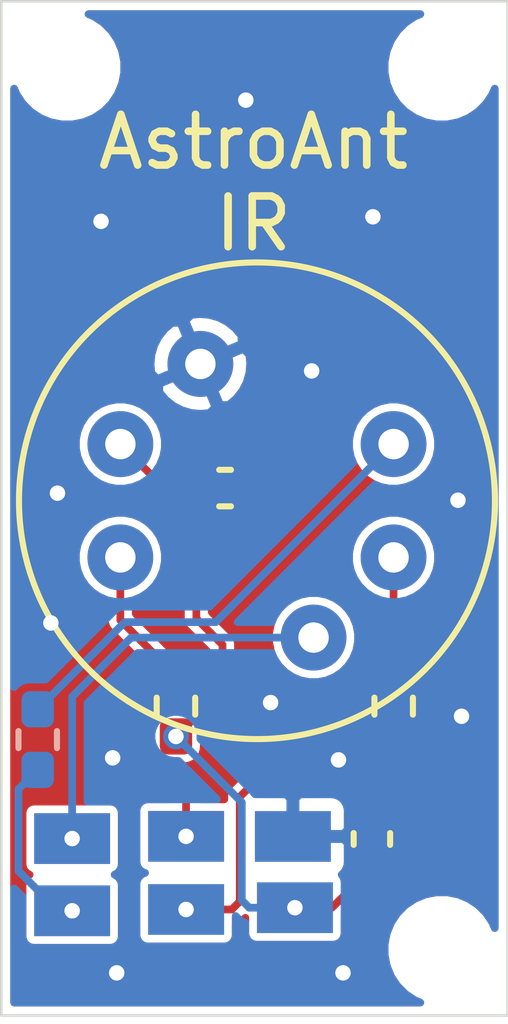
<source format=kicad_pcb>
(kicad_pcb (version 20171130) (host pcbnew "(5.1.8)-1")

  (general
    (thickness 1)
    (drawings 17)
    (tracks 64)
    (zones 0)
    (modules 21)
    (nets 8)
  )

  (page A4)
  (layers
    (0 F.Cu signal)
    (31 B.Cu signal)
    (32 B.Adhes user)
    (33 F.Adhes user)
    (34 B.Paste user)
    (35 F.Paste user)
    (36 B.SilkS user)
    (37 F.SilkS user)
    (38 B.Mask user)
    (39 F.Mask user)
    (40 Dwgs.User user)
    (41 Cmts.User user)
    (42 Eco1.User user)
    (43 Eco2.User user)
    (44 Edge.Cuts user)
    (45 Margin user)
    (46 B.CrtYd user)
    (47 F.CrtYd user)
    (48 B.Fab user hide)
    (49 F.Fab user hide)
  )

  (setup
    (last_trace_width 0.1524)
    (trace_clearance 0.1524)
    (zone_clearance 0.1524)
    (zone_45_only no)
    (trace_min 0.1524)
    (via_size 0.508)
    (via_drill 0.3048)
    (via_min_size 0.4572)
    (via_min_drill 0.3048)
    (uvia_size 0.3)
    (uvia_drill 0.1)
    (uvias_allowed no)
    (uvia_min_size 0.2)
    (uvia_min_drill 0.1)
    (edge_width 0.05)
    (segment_width 0.2)
    (pcb_text_width 0.3)
    (pcb_text_size 1.5 1.5)
    (mod_edge_width 0.12)
    (mod_text_size 1 1)
    (mod_text_width 0.15)
    (pad_size 1.524 1.524)
    (pad_drill 0.762)
    (pad_to_mask_clearance 0)
    (aux_axis_origin 0 0)
    (grid_origin 109 74)
    (visible_elements 7FFFFF7F)
    (pcbplotparams
      (layerselection 0x010fc_ffffffff)
      (usegerberextensions false)
      (usegerberattributes true)
      (usegerberadvancedattributes true)
      (creategerberjobfile true)
      (excludeedgelayer true)
      (linewidth 0.100000)
      (plotframeref false)
      (viasonmask false)
      (mode 1)
      (useauxorigin false)
      (hpglpennumber 1)
      (hpglpenspeed 20)
      (hpglpendiameter 15.000000)
      (psnegative false)
      (psa4output false)
      (plotreference true)
      (plotvalue true)
      (plotinvisibletext false)
      (padsonsilk false)
      (subtractmaskfromsilk false)
      (outputformat 1)
      (mirror false)
      (drillshape 0)
      (scaleselection 1)
      (outputdirectory "Gerber/"))
  )

  (net 0 "")
  (net 1 +3V3)
  (net 2 GND)
  (net 3 /A1)
  (net 4 /SDA)
  (net 5 /SCL)
  (net 6 /INT)
  (net 7 /INT_TPIS)

  (net_class Default "This is the default net class."
    (clearance 0.1524)
    (trace_width 0.1524)
    (via_dia 0.508)
    (via_drill 0.3048)
    (uvia_dia 0.3)
    (uvia_drill 0.1)
    (add_net +3V3)
    (add_net /A1)
    (add_net /INT)
    (add_net /INT_TPIS)
    (add_net /SCL)
    (add_net /SDA)
    (add_net GND)
  )

  (module Resistor_SMD:R_0402_1005Metric_Pad0.72x0.64mm_HandSolder (layer B.Cu) (tedit 5F6BB9E0) (tstamp 615A8F8C)
    (at 109.72 68.56 270)
    (descr "Resistor SMD 0402 (1005 Metric), square (rectangular) end terminal, IPC_7351 nominal with elongated pad for handsoldering. (Body size source: IPC-SM-782 page 72, https://www.pcb-3d.com/wordpress/wp-content/uploads/ipc-sm-782a_amendment_1_and_2.pdf), generated with kicad-footprint-generator")
    (tags "resistor handsolder")
    (path /61619CEE)
    (attr smd)
    (fp_text reference R3 (at 0 1.17 90) (layer B.SilkS) hide
      (effects (font (size 1 1) (thickness 0.15)) (justify mirror))
    )
    (fp_text value 100k (at 0 -1.17 90) (layer B.Fab)
      (effects (font (size 1 1) (thickness 0.15)) (justify mirror))
    )
    (fp_text user %R (at 0 0 90) (layer B.Fab)
      (effects (font (size 0.26 0.26) (thickness 0.04)) (justify mirror))
    )
    (fp_line (start -0.525 -0.27) (end -0.525 0.27) (layer B.Fab) (width 0.1))
    (fp_line (start -0.525 0.27) (end 0.525 0.27) (layer B.Fab) (width 0.1))
    (fp_line (start 0.525 0.27) (end 0.525 -0.27) (layer B.Fab) (width 0.1))
    (fp_line (start 0.525 -0.27) (end -0.525 -0.27) (layer B.Fab) (width 0.1))
    (fp_line (start -0.167621 0.38) (end 0.167621 0.38) (layer B.SilkS) (width 0.12))
    (fp_line (start -0.167621 -0.38) (end 0.167621 -0.38) (layer B.SilkS) (width 0.12))
    (fp_line (start -1.1 -0.47) (end -1.1 0.47) (layer B.CrtYd) (width 0.05))
    (fp_line (start -1.1 0.47) (end 1.1 0.47) (layer B.CrtYd) (width 0.05))
    (fp_line (start 1.1 0.47) (end 1.1 -0.47) (layer B.CrtYd) (width 0.05))
    (fp_line (start 1.1 -0.47) (end -1.1 -0.47) (layer B.CrtYd) (width 0.05))
    (pad 2 smd roundrect (at 0.5975 0 270) (size 0.715 0.64) (layers B.Cu B.Paste B.Mask) (roundrect_rratio 0.25)
      (net 6 /INT))
    (pad 1 smd roundrect (at -0.5975 0 270) (size 0.715 0.64) (layers B.Cu B.Paste B.Mask) (roundrect_rratio 0.25)
      (net 7 /INT_TPIS))
    (model ${KISYS3DMOD}/Resistor_SMD.3dshapes/R_0402_1005Metric.wrl
      (at (xyz 0 0 0))
      (scale (xyz 1 1 1))
      (rotate (xyz 0 0 0))
    )
  )

  (module Mylib:TPIS_1T_1084 (layer F.Cu) (tedit 615A1231) (tstamp 615A854B)
    (at 114.05 63.85 337.5)
    (path /615C1D98)
    (fp_text reference U1 (at 0 -7.6 157.5) (layer F.SilkS) hide
      (effects (font (size 1 1) (thickness 0.15)))
    )
    (fp_text value TPIS_1T_1084 (at -0.1 -5.9 157.5) (layer F.Fab)
      (effects (font (size 1 1) (thickness 0.15)))
    )
    (fp_circle (center 0 0) (end 4.7 0) (layer F.SilkS) (width 0.12))
    (pad 6 thru_hole circle (at 2.065 2.065 337.5) (size 1.3 1.3) (drill 0.6) (layers *.Cu *.Mask)
      (net 3 /A1))
    (pad 5 thru_hole circle (at 2.92 0 337.5) (size 1.3 1.3) (drill 0.6) (layers *.Cu *.Mask)
      (net 5 /SCL))
    (pad 4 thru_hole circle (at 2.065 -2.065 337.5) (size 1.3 1.3) (drill 0.6) (layers *.Cu *.Mask)
      (net 7 /INT_TPIS))
    (pad 3 thru_hole circle (at -2.065 2.065 337.5) (size 1.3 1.3) (drill 0.6) (layers *.Cu *.Mask)
      (net 4 /SDA))
    (pad 2 thru_hole circle (at -2.92 0 337.5) (size 1.3 1.3) (drill 0.6) (layers *.Cu *.Mask)
      (net 1 +3V3))
    (pad 1 thru_hole circle (at -2.065 -2.065 337.5) (size 1.3 1.3) (drill 0.6) (layers *.Cu *.Mask)
      (net 2 GND))
  )

  (module Resistor_SMD:R_0402_1005Metric_Pad0.72x0.64mm_HandSolder (layer F.Cu) (tedit 5F6BB9E0) (tstamp 615A8386)
    (at 116.75 67.9 270)
    (descr "Resistor SMD 0402 (1005 Metric), square (rectangular) end terminal, IPC_7351 nominal with elongated pad for handsoldering. (Body size source: IPC-SM-782 page 72, https://www.pcb-3d.com/wordpress/wp-content/uploads/ipc-sm-782a_amendment_1_and_2.pdf), generated with kicad-footprint-generator")
    (tags "resistor handsolder")
    (path /615DF0AD)
    (attr smd)
    (fp_text reference R2 (at 0 -1.17 90) (layer F.SilkS) hide
      (effects (font (size 1 1) (thickness 0.15)))
    )
    (fp_text value 100k (at 0 1.17 90) (layer F.Fab)
      (effects (font (size 1 1) (thickness 0.15)))
    )
    (fp_text user %R (at 0 0 90) (layer F.Fab)
      (effects (font (size 0.26 0.26) (thickness 0.04)))
    )
    (fp_line (start -0.525 0.27) (end -0.525 -0.27) (layer F.Fab) (width 0.1))
    (fp_line (start -0.525 -0.27) (end 0.525 -0.27) (layer F.Fab) (width 0.1))
    (fp_line (start 0.525 -0.27) (end 0.525 0.27) (layer F.Fab) (width 0.1))
    (fp_line (start 0.525 0.27) (end -0.525 0.27) (layer F.Fab) (width 0.1))
    (fp_line (start -0.167621 -0.38) (end 0.167621 -0.38) (layer F.SilkS) (width 0.12))
    (fp_line (start -0.167621 0.38) (end 0.167621 0.38) (layer F.SilkS) (width 0.12))
    (fp_line (start -1.1 0.47) (end -1.1 -0.47) (layer F.CrtYd) (width 0.05))
    (fp_line (start -1.1 -0.47) (end 1.1 -0.47) (layer F.CrtYd) (width 0.05))
    (fp_line (start 1.1 -0.47) (end 1.1 0.47) (layer F.CrtYd) (width 0.05))
    (fp_line (start 1.1 0.47) (end -1.1 0.47) (layer F.CrtYd) (width 0.05))
    (pad 2 smd roundrect (at 0.5975 0 270) (size 0.715 0.64) (layers F.Cu F.Paste F.Mask) (roundrect_rratio 0.25)
      (net 1 +3V3))
    (pad 1 smd roundrect (at -0.5975 0 270) (size 0.715 0.64) (layers F.Cu F.Paste F.Mask) (roundrect_rratio 0.25)
      (net 5 /SCL))
    (model ${KISYS3DMOD}/Resistor_SMD.3dshapes/R_0402_1005Metric.wrl
      (at (xyz 0 0 0))
      (scale (xyz 1 1 1))
      (rotate (xyz 0 0 0))
    )
  )

  (module Resistor_SMD:R_0402_1005Metric_Pad0.72x0.64mm_HandSolder (layer F.Cu) (tedit 5F6BB9E0) (tstamp 615A8375)
    (at 112.45 67.9 270)
    (descr "Resistor SMD 0402 (1005 Metric), square (rectangular) end terminal, IPC_7351 nominal with elongated pad for handsoldering. (Body size source: IPC-SM-782 page 72, https://www.pcb-3d.com/wordpress/wp-content/uploads/ipc-sm-782a_amendment_1_and_2.pdf), generated with kicad-footprint-generator")
    (tags "resistor handsolder")
    (path /615DA8CE)
    (attr smd)
    (fp_text reference R1 (at 0 -1.17 90) (layer F.SilkS) hide
      (effects (font (size 1 1) (thickness 0.15)))
    )
    (fp_text value 100k (at 0 1.17 90) (layer F.Fab)
      (effects (font (size 1 1) (thickness 0.15)))
    )
    (fp_text user %R (at 0 0 90) (layer F.Fab)
      (effects (font (size 0.26 0.26) (thickness 0.04)))
    )
    (fp_line (start -0.525 0.27) (end -0.525 -0.27) (layer F.Fab) (width 0.1))
    (fp_line (start -0.525 -0.27) (end 0.525 -0.27) (layer F.Fab) (width 0.1))
    (fp_line (start 0.525 -0.27) (end 0.525 0.27) (layer F.Fab) (width 0.1))
    (fp_line (start 0.525 0.27) (end -0.525 0.27) (layer F.Fab) (width 0.1))
    (fp_line (start -0.167621 -0.38) (end 0.167621 -0.38) (layer F.SilkS) (width 0.12))
    (fp_line (start -0.167621 0.38) (end 0.167621 0.38) (layer F.SilkS) (width 0.12))
    (fp_line (start -1.1 0.47) (end -1.1 -0.47) (layer F.CrtYd) (width 0.05))
    (fp_line (start -1.1 -0.47) (end 1.1 -0.47) (layer F.CrtYd) (width 0.05))
    (fp_line (start 1.1 -0.47) (end 1.1 0.47) (layer F.CrtYd) (width 0.05))
    (fp_line (start 1.1 0.47) (end -1.1 0.47) (layer F.CrtYd) (width 0.05))
    (pad 2 smd roundrect (at 0.5975 0 270) (size 0.715 0.64) (layers F.Cu F.Paste F.Mask) (roundrect_rratio 0.25)
      (net 1 +3V3))
    (pad 1 smd roundrect (at -0.5975 0 270) (size 0.715 0.64) (layers F.Cu F.Paste F.Mask) (roundrect_rratio 0.25)
      (net 4 /SDA))
    (model ${KISYS3DMOD}/Resistor_SMD.3dshapes/R_0402_1005Metric.wrl
      (at (xyz 0 0 0))
      (scale (xyz 1 1 1))
      (rotate (xyz 0 0 0))
    )
  )

  (module Mylib:1_pin_SMD_1.5mmx1.0mm (layer B.Cu) (tedit 5ED9084F) (tstamp 615A89FB)
    (at 110.4 73.93)
    (path /6147BDBE)
    (fp_text reference J12 (at 0 -0.5) (layer B.SilkS) hide
      (effects (font (size 1 1) (thickness 0.15)) (justify mirror))
    )
    (fp_text value 1_PIN (at 0 0.5) (layer B.Fab)
      (effects (font (size 1 1) (thickness 0.15)) (justify mirror))
    )
    (pad 1 smd rect (at 0 -1.994) (size 1.5 1) (layers B.Cu B.Paste B.Mask)
      (net 6 /INT))
  )

  (module Mylib:1_pin_SMD_1.5mmx1.0mm (layer B.Cu) (tedit 5ED9084F) (tstamp 615A8B29)
    (at 110.4 72.51)
    (path /6147B7F6)
    (fp_text reference J11 (at 0 -0.5) (layer B.SilkS) hide
      (effects (font (size 1 1) (thickness 0.15)) (justify mirror))
    )
    (fp_text value 1_PIN (at 0 0.5) (layer B.Fab)
      (effects (font (size 1 1) (thickness 0.15)) (justify mirror))
    )
    (pad 1 smd rect (at 0 -1.998) (size 1.5 1) (layers B.Cu B.Paste B.Mask)
      (net 3 /A1))
  )

  (module Mylib:1_pin_SMD_1.5mmx1.0mm (layer B.Cu) (tedit 5ED9084F) (tstamp 613F03EC)
    (at 112.65 73.876)
    (path /6147A2B4)
    (fp_text reference J10 (at 0 -0.5) (layer B.SilkS) hide
      (effects (font (size 1 1) (thickness 0.15)) (justify mirror))
    )
    (fp_text value 1_PIN (at 0 0.5) (layer B.Fab)
      (effects (font (size 1 1) (thickness 0.15)) (justify mirror))
    )
    (pad 1 smd rect (at 0 -1.966) (size 1.5 1) (layers B.Cu B.Paste B.Mask)
      (net 5 /SCL))
  )

  (module Mylib:1_pin_SMD_1.5mmx1.0mm (layer B.Cu) (tedit 5ED9084F) (tstamp 613F03E7)
    (at 112.65 72.57)
    (path /61479DA4)
    (fp_text reference J9 (at 0 -0.5) (layer B.SilkS) hide
      (effects (font (size 1 1) (thickness 0.15)) (justify mirror))
    )
    (fp_text value 1_PIN (at 0 0.5) (layer B.Fab)
      (effects (font (size 1 1) (thickness 0.15)) (justify mirror))
    )
    (pad 1 smd rect (at 0 -2.102) (size 1.5 1) (layers B.Cu B.Paste B.Mask)
      (net 4 /SDA))
  )

  (module Mylib:1_pin_SMD_1.5mmx1.0mm (layer B.Cu) (tedit 5ED9084F) (tstamp 613F03E2)
    (at 114.76 72.47)
    (path /614798D1)
    (fp_text reference J8 (at 0 -0.5) (layer B.SilkS) hide
      (effects (font (size 1 1) (thickness 0.15)) (justify mirror))
    )
    (fp_text value 1_PIN (at 0 0.5) (layer B.Fab)
      (effects (font (size 1 1) (thickness 0.15)) (justify mirror))
    )
    (pad 1 smd rect (at 0 -2) (size 1.5 1) (layers B.Cu B.Paste B.Mask)
      (net 2 GND))
  )

  (module Mylib:1_pin_SMD_1.5mmx1.0mm (layer B.Cu) (tedit 5ED9084F) (tstamp 613F03DD)
    (at 114.8 73.875)
    (path /6147938C)
    (fp_text reference J7 (at 0 -0.5) (layer B.SilkS) hide
      (effects (font (size 1 1) (thickness 0.15)) (justify mirror))
    )
    (fp_text value 1_PIN (at 0 0.5) (layer B.Fab)
      (effects (font (size 1 1) (thickness 0.15)) (justify mirror))
    )
    (pad 1 smd rect (at 0 -2) (size 1.5 1) (layers B.Cu B.Paste B.Mask)
      (net 1 +3V3))
  )

  (module Mylib:M1.6_mounthole (layer F.Cu) (tedit 613E7617) (tstamp 613EFC6F)
    (at 117.7 72.7)
    (path /614553C9)
    (fp_text reference H3 (at 0 -2) (layer F.SilkS) hide
      (effects (font (size 1 1) (thickness 0.15)))
    )
    (fp_text value MountingHole (at 0 -0.5) (layer F.Fab)
      (effects (font (size 1 1) (thickness 0.15)))
    )
    (pad "" np_thru_hole circle (at 0 0) (size 1.8 1.8) (drill 1.8) (layers *.Cu *.Mask))
  )

  (module Mylib:M1.6_mounthole (layer F.Cu) (tedit 613E7617) (tstamp 613EFC6A)
    (at 117.7 55.3)
    (path /61454AD7)
    (fp_text reference H2 (at 0 -2) (layer F.SilkS) hide
      (effects (font (size 1 1) (thickness 0.15)))
    )
    (fp_text value MountingHole (at 0 -0.5) (layer F.Fab)
      (effects (font (size 1 1) (thickness 0.15)))
    )
    (pad "" np_thru_hole circle (at 0 0) (size 1.8 1.8) (drill 1.8) (layers *.Cu *.Mask))
  )

  (module Mylib:M1.6_mounthole (layer F.Cu) (tedit 613E7617) (tstamp 613EFDD5)
    (at 110.3 55.3)
    (path /61453F37)
    (fp_text reference H1 (at 0 -2) (layer F.SilkS) hide
      (effects (font (size 1 1) (thickness 0.15)))
    )
    (fp_text value MountingHole (at 0 -0.5) (layer F.Fab)
      (effects (font (size 1 1) (thickness 0.15)))
    )
    (pad "" np_thru_hole circle (at 0 0) (size 1.8 1.8) (drill 1.8) (layers *.Cu *.Mask))
  )

  (module Mylib:1_pin_SMD_1.5mmx1.0mm (layer F.Cu) (tedit 5ED9084F) (tstamp 615A8B1D)
    (at 110.4 70.04)
    (path /61430057)
    (fp_text reference J6 (at 0 0.5) (layer F.SilkS) hide
      (effects (font (size 1 1) (thickness 0.15)))
    )
    (fp_text value 1_PIN (at 0 -0.5) (layer F.Fab)
      (effects (font (size 1 1) (thickness 0.15)))
    )
    (pad 1 smd rect (at 0 1.896) (size 1.5 1) (layers F.Cu F.Paste F.Mask)
      (net 6 /INT))
  )

  (module Mylib:1_pin_SMD_1.5mmx1.0mm (layer F.Cu) (tedit 5ED9084F) (tstamp 615A8A61)
    (at 110.4 68.67)
    (path /6142FB50)
    (fp_text reference J5 (at 0 0.5) (layer F.SilkS) hide
      (effects (font (size 1 1) (thickness 0.15)))
    )
    (fp_text value 1_PIN (at 0 -0.5) (layer F.Fab)
      (effects (font (size 1 1) (thickness 0.15)))
    )
    (pad 1 smd rect (at 0 1.842) (size 1.5 1) (layers F.Cu F.Paste F.Mask)
      (net 3 /A1))
  )

  (module Mylib:1_pin_SMD_1.5mmx1.0mm (layer F.Cu) (tedit 5ED9084F) (tstamp 613EE2D5)
    (at 112.65 69.91)
    (path /6142F7FE)
    (fp_text reference J4 (at 0 0.5) (layer F.SilkS) hide
      (effects (font (size 1 1) (thickness 0.15)))
    )
    (fp_text value 1_PIN (at 0 -0.5) (layer F.Fab)
      (effects (font (size 1 1) (thickness 0.15)))
    )
    (pad 1 smd rect (at 0 2) (size 1.5 1) (layers F.Cu F.Paste F.Mask)
      (net 5 /SCL))
  )

  (module Mylib:1_pin_SMD_1.5mmx1.0mm (layer F.Cu) (tedit 5ED9084F) (tstamp 613EE2D0)
    (at 112.65 68.52)
    (path /6142F1B2)
    (fp_text reference J3 (at 0 0.5) (layer F.SilkS) hide
      (effects (font (size 1 1) (thickness 0.15)))
    )
    (fp_text value 1_PIN (at 0 -0.5) (layer F.Fab)
      (effects (font (size 1 1) (thickness 0.15)))
    )
    (pad 1 smd rect (at 0 1.948) (size 1.5 1) (layers F.Cu F.Paste F.Mask)
      (net 4 /SDA))
  )

  (module Mylib:1_pin_SMD_1.5mmx1.0mm (layer F.Cu) (tedit 5ED9084F) (tstamp 615A89DD)
    (at 114.76 68.47)
    (path /6142EDF0)
    (fp_text reference J2 (at 0 0.5) (layer F.SilkS) hide
      (effects (font (size 1 1) (thickness 0.15)))
    )
    (fp_text value 1_PIN (at 0 -0.5) (layer F.Fab)
      (effects (font (size 1 1) (thickness 0.15)))
    )
    (pad 1 smd rect (at 0 2) (size 1.5 1) (layers F.Cu F.Paste F.Mask)
      (net 2 GND))
  )

  (module Mylib:1_pin_SMD_1.5mmx1.0mm (layer F.Cu) (tedit 5ED9084F) (tstamp 613EE2C6)
    (at 114.8 69.875)
    (path /6142C508)
    (fp_text reference J1 (at 0 0.5) (layer F.SilkS) hide
      (effects (font (size 1 1) (thickness 0.15)))
    )
    (fp_text value 1_PIN (at 0 -0.5) (layer F.Fab)
      (effects (font (size 1 1) (thickness 0.15)))
    )
    (pad 1 smd rect (at 0 2) (size 1.5 1) (layers F.Cu F.Paste F.Mask)
      (net 1 +3V3))
  )

  (module Capacitor_SMD:C_0402_1005Metric_Pad0.74x0.62mm_HandSolder (layer F.Cu) (tedit 5F6BB22C) (tstamp 613EDDF6)
    (at 116.32 70.52 270)
    (descr "Capacitor SMD 0402 (1005 Metric), square (rectangular) end terminal, IPC_7351 nominal with elongated pad for handsoldering. (Body size source: IPC-SM-782 page 76, https://www.pcb-3d.com/wordpress/wp-content/uploads/ipc-sm-782a_amendment_1_and_2.pdf), generated with kicad-footprint-generator")
    (tags "capacitor handsolder")
    (path /613D9E16)
    (attr smd)
    (fp_text reference C1 (at 0 -1.16 90) (layer F.SilkS) hide
      (effects (font (size 1 1) (thickness 0.15)))
    )
    (fp_text value 1uF (at 0 1.16 90) (layer F.Fab)
      (effects (font (size 1 1) (thickness 0.15)))
    )
    (fp_line (start 1.08 0.46) (end -1.08 0.46) (layer F.CrtYd) (width 0.05))
    (fp_line (start 1.08 -0.46) (end 1.08 0.46) (layer F.CrtYd) (width 0.05))
    (fp_line (start -1.08 -0.46) (end 1.08 -0.46) (layer F.CrtYd) (width 0.05))
    (fp_line (start -1.08 0.46) (end -1.08 -0.46) (layer F.CrtYd) (width 0.05))
    (fp_line (start -0.115835 0.36) (end 0.115835 0.36) (layer F.SilkS) (width 0.12))
    (fp_line (start -0.115835 -0.36) (end 0.115835 -0.36) (layer F.SilkS) (width 0.12))
    (fp_line (start 0.5 0.25) (end -0.5 0.25) (layer F.Fab) (width 0.1))
    (fp_line (start 0.5 -0.25) (end 0.5 0.25) (layer F.Fab) (width 0.1))
    (fp_line (start -0.5 -0.25) (end 0.5 -0.25) (layer F.Fab) (width 0.1))
    (fp_line (start -0.5 0.25) (end -0.5 -0.25) (layer F.Fab) (width 0.1))
    (fp_text user %R (at 0 0 90) (layer F.Fab)
      (effects (font (size 0.25 0.25) (thickness 0.04)))
    )
    (pad 1 smd roundrect (at -0.5675 0 270) (size 0.735 0.62) (layers F.Cu F.Paste F.Mask) (roundrect_rratio 0.25)
      (net 2 GND))
    (pad 2 smd roundrect (at 0.5675 0 270) (size 0.735 0.62) (layers F.Cu F.Paste F.Mask) (roundrect_rratio 0.25)
      (net 1 +3V3))
    (model ${KISYS3DMOD}/Capacitor_SMD.3dshapes/C_0402_1005Metric.wrl
      (at (xyz 0 0 0))
      (scale (xyz 1 1 1))
      (rotate (xyz 0 0 0))
    )
  )

  (module Capacitor_SMD:C_0402_1005Metric_Pad0.74x0.62mm_HandSolder (layer F.Cu) (tedit 5F6BB22C) (tstamp 613EDE07)
    (at 113.42 63.6 180)
    (descr "Capacitor SMD 0402 (1005 Metric), square (rectangular) end terminal, IPC_7351 nominal with elongated pad for handsoldering. (Body size source: IPC-SM-782 page 76, https://www.pcb-3d.com/wordpress/wp-content/uploads/ipc-sm-782a_amendment_1_and_2.pdf), generated with kicad-footprint-generator")
    (tags "capacitor handsolder")
    (path /613D7D04)
    (attr smd)
    (fp_text reference C2 (at 0 -1.16) (layer F.SilkS) hide
      (effects (font (size 1 1) (thickness 0.15)))
    )
    (fp_text value 0.01uF (at 0 1.16) (layer F.Fab)
      (effects (font (size 1 1) (thickness 0.15)))
    )
    (fp_line (start -0.5 0.25) (end -0.5 -0.25) (layer F.Fab) (width 0.1))
    (fp_line (start -0.5 -0.25) (end 0.5 -0.25) (layer F.Fab) (width 0.1))
    (fp_line (start 0.5 -0.25) (end 0.5 0.25) (layer F.Fab) (width 0.1))
    (fp_line (start 0.5 0.25) (end -0.5 0.25) (layer F.Fab) (width 0.1))
    (fp_line (start -0.115835 -0.36) (end 0.115835 -0.36) (layer F.SilkS) (width 0.12))
    (fp_line (start -0.115835 0.36) (end 0.115835 0.36) (layer F.SilkS) (width 0.12))
    (fp_line (start -1.08 0.46) (end -1.08 -0.46) (layer F.CrtYd) (width 0.05))
    (fp_line (start -1.08 -0.46) (end 1.08 -0.46) (layer F.CrtYd) (width 0.05))
    (fp_line (start 1.08 -0.46) (end 1.08 0.46) (layer F.CrtYd) (width 0.05))
    (fp_line (start 1.08 0.46) (end -1.08 0.46) (layer F.CrtYd) (width 0.05))
    (fp_text user %R (at 0 0) (layer F.Fab)
      (effects (font (size 0.25 0.25) (thickness 0.04)))
    )
    (pad 2 smd roundrect (at 0.5675 0 180) (size 0.735 0.62) (layers F.Cu F.Paste F.Mask) (roundrect_rratio 0.25)
      (net 1 +3V3))
    (pad 1 smd roundrect (at -0.5675 0 180) (size 0.735 0.62) (layers F.Cu F.Paste F.Mask) (roundrect_rratio 0.25)
      (net 2 GND))
    (model ${KISYS3DMOD}/Capacitor_SMD.3dshapes/C_0402_1005Metric.wrl
      (at (xyz 0 0 0))
      (scale (xyz 1 1 1))
      (rotate (xyz 0 0 0))
    )
  )

  (gr_text "AstroAnt\nIR" (at 113.98 57.58) (layer F.SilkS)
    (effects (font (size 1 1) (thickness 0.15)))
  )
  (gr_line (start 116.5 55) (end 111.5 55) (layer Dwgs.User) (width 0.15) (tstamp 613E6932))
  (gr_line (start 116.5 56.5) (end 116.5 55) (layer Dwgs.User) (width 0.15))
  (gr_line (start 118 56.5) (end 116.5 56.5) (layer Dwgs.User) (width 0.15))
  (gr_line (start 118 71.5) (end 118 56.5) (layer Dwgs.User) (width 0.15))
  (gr_line (start 116.5 71.5) (end 118 71.5) (layer Dwgs.User) (width 0.15))
  (gr_line (start 116.5 73) (end 116.5 71.5) (layer Dwgs.User) (width 0.15))
  (gr_line (start 111.5 73) (end 116.5 73) (layer Dwgs.User) (width 0.15))
  (gr_line (start 111.5 71.5) (end 111.5 73) (layer Dwgs.User) (width 0.15) (tstamp 615A89F5))
  (gr_line (start 110 71.5) (end 111.5 71.5) (layer Dwgs.User) (width 0.15) (tstamp 615A89F2))
  (gr_line (start 110 56.5) (end 110 71.5) (layer Dwgs.User) (width 0.15))
  (gr_line (start 111.5 56.5) (end 110 56.5) (layer Dwgs.User) (width 0.15))
  (gr_line (start 111.5 55) (end 111.5 56.5) (layer Dwgs.User) (width 0.15))
  (gr_line (start 109 74) (end 109 54) (layer Edge.Cuts) (width 0.05) (tstamp 613E687D))
  (gr_line (start 119 74) (end 109 74) (layer Edge.Cuts) (width 0.05))
  (gr_line (start 119 54) (end 119 74) (layer Edge.Cuts) (width 0.05))
  (gr_line (start 109 54) (end 119 54) (layer Edge.Cuts) (width 0.05))

  (segment (start 112.219708 63.6) (end 111.352272 62.732564) (width 0.1524) (layer F.Cu) (net 1))
  (segment (start 112.8525 63.6) (end 112.219708 63.6) (width 0.1524) (layer F.Cu) (net 1))
  (segment (start 112.8525 63.6) (end 112.8525 66.1725) (width 0.1524) (layer F.Cu) (net 1))
  (segment (start 112.8525 66.1725) (end 113.37 66.69) (width 0.1524) (layer F.Cu) (net 1))
  (segment (start 113.37 67.5775) (end 112.45 68.4975) (width 0.1524) (layer F.Cu) (net 1))
  (segment (start 113.37 66.69) (end 113.37 67.5775) (width 0.1524) (layer F.Cu) (net 1))
  (segment (start 116.32 71.0875) (end 117.0425 71.0875) (width 0.1524) (layer F.Cu) (net 1))
  (segment (start 117.0425 71.0875) (end 117.52 70.61) (width 0.1524) (layer F.Cu) (net 1))
  (segment (start 117.52 69.2675) (end 116.75 68.4975) (width 0.1524) (layer F.Cu) (net 1))
  (segment (start 117.52 70.61) (end 117.52 69.2675) (width 0.1524) (layer F.Cu) (net 1))
  (segment (start 115.5325 71.875) (end 116.32 71.0875) (width 0.1524) (layer F.Cu) (net 1))
  (segment (start 114.8 71.875) (end 114.8 71.875) (width 0.1524) (layer F.Cu) (net 1))
  (segment (start 114.8 71.875) (end 115.5325 71.875) (width 0.1524) (layer F.Cu) (net 1) (tstamp 615A8D20))
  (via (at 114.8 71.875) (size 0.508) (drill 0.3048) (layers F.Cu B.Cu) (net 1))
  (segment (start 113.8976 71.875) (end 113.75 71.7274) (width 0.1524) (layer B.Cu) (net 1))
  (segment (start 114.8 71.875) (end 113.8976 71.875) (width 0.1524) (layer B.Cu) (net 1))
  (via (at 112.45 68.4975) (size 0.508) (drill 0.3048) (layers F.Cu B.Cu) (net 1))
  (segment (start 113.75 69.7975) (end 112.45 68.4975) (width 0.1524) (layer B.Cu) (net 1))
  (segment (start 113.75 71.7274) (end 113.75 69.7975) (width 0.1524) (layer B.Cu) (net 1))
  (via (at 113.83 55.95) (size 0.508) (drill 0.3048) (layers F.Cu B.Cu) (net 2))
  (via (at 110.97 58.34) (size 0.508) (drill 0.3048) (layers F.Cu B.Cu) (net 2))
  (via (at 116.34 58.25) (size 0.508) (drill 0.3048) (layers F.Cu B.Cu) (net 2))
  (via (at 115.13 61.29) (size 0.508) (drill 0.3048) (layers F.Cu B.Cu) (net 2))
  (via (at 114.32 67.83) (size 0.508) (drill 0.3048) (layers F.Cu B.Cu) (net 2))
  (via (at 115.66 68.96) (size 0.508) (drill 0.3048) (layers F.Cu B.Cu) (net 2))
  (via (at 111.2 68.92) (size 0.508) (drill 0.3048) (layers F.Cu B.Cu) (net 2))
  (via (at 109.98 66.26) (size 0.508) (drill 0.3048) (layers F.Cu B.Cu) (net 2))
  (via (at 118.02 63.84) (size 0.508) (drill 0.3048) (layers F.Cu B.Cu) (net 2))
  (via (at 110.11 63.7) (size 0.508) (drill 0.3048) (layers F.Cu B.Cu) (net 2))
  (via (at 118.09 68.1) (size 0.508) (drill 0.3048) (layers F.Cu B.Cu) (net 2))
  (via (at 115.75 73.16) (size 0.508) (drill 0.3048) (layers F.Cu B.Cu) (net 2))
  (via (at 111.28 73.16) (size 0.508) (drill 0.3048) (layers F.Cu B.Cu) (net 2))
  (segment (start 115.16757 66.548053) (end 111.565513 66.548053) (width 0.1524) (layer B.Cu) (net 3))
  (segment (start 110.4 67.713566) (end 110.4 70.512) (width 0.1524) (layer B.Cu) (net 3))
  (segment (start 111.565513 66.548053) (end 110.4 67.713566) (width 0.1524) (layer B.Cu) (net 3))
  (segment (start 110.4 70.512) (end 110.4 70.512) (width 0.1524) (layer B.Cu) (net 3) (tstamp 615A9242))
  (via (at 110.4 70.512) (size 0.508) (drill 0.3048) (layers F.Cu B.Cu) (net 3))
  (segment (start 112.65 70.468) (end 112.65 70.468) (width 0.1524) (layer F.Cu) (net 4))
  (segment (start 111.90139 67.85111) (end 112.45 67.3025) (width 0.1524) (layer F.Cu) (net 4))
  (segment (start 111.90139 68.87139) (end 111.90139 67.85111) (width 0.1524) (layer F.Cu) (net 4))
  (segment (start 112.65 69.62) (end 111.90139 68.87139) (width 0.1524) (layer F.Cu) (net 4))
  (segment (start 112.65 70.468) (end 112.65 69.62) (width 0.1524) (layer F.Cu) (net 4) (tstamp 615A8D1E))
  (via (at 112.65 70.468) (size 0.508) (drill 0.3048) (layers F.Cu B.Cu) (net 4))
  (segment (start 111.351947 66.204447) (end 112.45 67.3025) (width 0.1524) (layer F.Cu) (net 4))
  (segment (start 111.351947 64.96757) (end 111.351947 66.204447) (width 0.1524) (layer F.Cu) (net 4))
  (segment (start 113.5524 71.91) (end 113.71 71.7524) (width 0.1524) (layer F.Cu) (net 5))
  (segment (start 112.65 71.91) (end 112.65 71.91) (width 0.1524) (layer F.Cu) (net 5))
  (segment (start 116.75 67.3025) (end 116.0975 67.3025) (width 0.1524) (layer F.Cu) (net 5))
  (segment (start 113.71 69.69) (end 113.71 70.39) (width 0.1524) (layer F.Cu) (net 5))
  (segment (start 116.0975 67.3025) (end 113.71 69.69) (width 0.1524) (layer F.Cu) (net 5))
  (segment (start 113.71 71.7524) (end 113.71 70.39) (width 0.1524) (layer F.Cu) (net 5))
  (segment (start 112.65 71.91) (end 113.5524 71.91) (width 0.1524) (layer F.Cu) (net 5) (tstamp 615A8D22))
  (via (at 112.65 71.91) (size 0.508) (drill 0.3048) (layers F.Cu B.Cu) (net 5))
  (segment (start 116.747728 67.300228) (end 116.75 67.3025) (width 0.1524) (layer F.Cu) (net 5))
  (segment (start 116.747728 64.967436) (end 116.747728 67.300228) (width 0.1524) (layer F.Cu) (net 5))
  (segment (start 109.72 69.1575) (end 109.34 69.5375) (width 0.1524) (layer B.Cu) (net 6))
  (segment (start 110.4 71.936) (end 110.4 71.936) (width 0.1524) (layer B.Cu) (net 6))
  (segment (start 109.34 71.15) (end 109.34 69.5375) (width 0.1524) (layer B.Cu) (net 6))
  (segment (start 110.126 71.936) (end 109.34 71.15) (width 0.1524) (layer B.Cu) (net 6))
  (segment (start 110.4 71.936) (end 110.126 71.936) (width 0.1524) (layer B.Cu) (net 6) (tstamp 615A920D))
  (via (at 110.4 71.936) (size 0.508) (drill 0.3048) (layers F.Cu B.Cu) (net 6))
  (segment (start 116.748053 62.73243) (end 113.23724 66.243243) (width 0.1524) (layer B.Cu) (net 7))
  (segment (start 111.439257 66.243243) (end 109.72 67.9625) (width 0.1524) (layer B.Cu) (net 7))
  (segment (start 113.23724 66.243243) (end 111.439257 66.243243) (width 0.1524) (layer B.Cu) (net 7))

  (zone (net 2) (net_name GND) (layer F.Cu) (tstamp 615A910C) (hatch edge 0.508)
    (connect_pads (clearance 0.1524))
    (min_thickness 0.1524)
    (fill yes (arc_segments 32) (thermal_gap 0.254) (thermal_bridge_width 0.254))
    (polygon
      (pts
        (xy 119 74) (xy 109 74) (xy 109 54) (xy 119 54)
      )
    )
    (filled_polygon
      (pts
        (xy 117.165407 54.299847) (xy 116.980559 54.423359) (xy 116.823359 54.580559) (xy 116.699847 54.765407) (xy 116.614771 54.970799)
        (xy 116.5714 55.188843) (xy 116.5714 55.411157) (xy 116.614771 55.629201) (xy 116.699847 55.834593) (xy 116.823359 56.019441)
        (xy 116.980559 56.176641) (xy 117.165407 56.300153) (xy 117.370799 56.385229) (xy 117.588843 56.4286) (xy 117.811157 56.4286)
        (xy 118.029201 56.385229) (xy 118.234593 56.300153) (xy 118.419441 56.176641) (xy 118.576641 56.019441) (xy 118.700153 55.834593)
        (xy 118.7464 55.722943) (xy 118.746401 72.27706) (xy 118.700153 72.165407) (xy 118.576641 71.980559) (xy 118.419441 71.823359)
        (xy 118.234593 71.699847) (xy 118.029201 71.614771) (xy 117.811157 71.5714) (xy 117.588843 71.5714) (xy 117.370799 71.614771)
        (xy 117.165407 71.699847) (xy 116.980559 71.823359) (xy 116.823359 71.980559) (xy 116.699847 72.165407) (xy 116.614771 72.370799)
        (xy 116.5714 72.588843) (xy 116.5714 72.811157) (xy 116.614771 73.029201) (xy 116.699847 73.234593) (xy 116.823359 73.419441)
        (xy 116.980559 73.576641) (xy 117.165407 73.700153) (xy 117.277057 73.7464) (xy 109.2536 73.7464) (xy 109.2536 70.012)
        (xy 109.420294 70.012) (xy 109.420294 71.012) (xy 109.424708 71.056813) (xy 109.437779 71.099905) (xy 109.459006 71.139618)
        (xy 109.487573 71.174427) (xy 109.522382 71.202994) (xy 109.561682 71.224) (xy 109.522382 71.245006) (xy 109.487573 71.273573)
        (xy 109.459006 71.308382) (xy 109.437779 71.348095) (xy 109.424708 71.391187) (xy 109.420294 71.436) (xy 109.420294 72.436)
        (xy 109.424708 72.480813) (xy 109.437779 72.523905) (xy 109.459006 72.563618) (xy 109.487573 72.598427) (xy 109.522382 72.626994)
        (xy 109.562095 72.648221) (xy 109.605187 72.661292) (xy 109.65 72.665706) (xy 111.15 72.665706) (xy 111.194813 72.661292)
        (xy 111.237905 72.648221) (xy 111.277618 72.626994) (xy 111.312427 72.598427) (xy 111.340994 72.563618) (xy 111.362221 72.523905)
        (xy 111.375292 72.480813) (xy 111.379706 72.436) (xy 111.379706 71.436) (xy 111.375292 71.391187) (xy 111.362221 71.348095)
        (xy 111.340994 71.308382) (xy 111.312427 71.273573) (xy 111.277618 71.245006) (xy 111.238318 71.224) (xy 111.277618 71.202994)
        (xy 111.312427 71.174427) (xy 111.340994 71.139618) (xy 111.362221 71.099905) (xy 111.375292 71.056813) (xy 111.379706 71.012)
        (xy 111.379706 70.012) (xy 111.375292 69.967187) (xy 111.362221 69.924095) (xy 111.340994 69.884382) (xy 111.312427 69.849573)
        (xy 111.277618 69.821006) (xy 111.237905 69.799779) (xy 111.194813 69.786708) (xy 111.15 69.782294) (xy 109.65 69.782294)
        (xy 109.605187 69.786708) (xy 109.562095 69.799779) (xy 109.522382 69.821006) (xy 109.487573 69.849573) (xy 109.459006 69.884382)
        (xy 109.437779 69.924095) (xy 109.424708 69.967187) (xy 109.420294 70.012) (xy 109.2536 70.012) (xy 109.2536 64.881035)
        (xy 110.473347 64.881035) (xy 110.473347 65.054105) (xy 110.507111 65.223848) (xy 110.573342 65.383743) (xy 110.669494 65.527645)
        (xy 110.791872 65.650023) (xy 110.935774 65.746175) (xy 111.047148 65.792308) (xy 111.047148 66.189479) (xy 111.045674 66.204447)
        (xy 111.051558 66.264198) (xy 111.068987 66.321652) (xy 111.082162 66.346301) (xy 111.09729 66.374604) (xy 111.119396 66.40154)
        (xy 111.123911 66.40704) (xy 111.13538 66.421015) (xy 111.147004 66.430555) (xy 111.900294 67.183846) (xy 111.900294 67.421155)
        (xy 111.696446 67.625003) (xy 111.684823 67.634542) (xy 111.646733 67.680953) (xy 111.639382 67.694706) (xy 111.61843 67.733905)
        (xy 111.601001 67.791359) (xy 111.595117 67.85111) (xy 111.596591 67.866078) (xy 111.59659 68.856432) (xy 111.595117 68.87139)
        (xy 111.59659 68.886348) (xy 111.59659 68.886355) (xy 111.600413 68.925174) (xy 111.601001 68.931141) (xy 111.610227 68.961554)
        (xy 111.61843 68.988595) (xy 111.646732 69.041546) (xy 111.684822 69.087958) (xy 111.696451 69.097502) (xy 112.337242 69.738294)
        (xy 111.9 69.738294) (xy 111.855187 69.742708) (xy 111.812095 69.755779) (xy 111.772382 69.777006) (xy 111.737573 69.805573)
        (xy 111.709006 69.840382) (xy 111.687779 69.880095) (xy 111.674708 69.923187) (xy 111.670294 69.968) (xy 111.670294 70.968)
        (xy 111.674708 71.012813) (xy 111.687779 71.055905) (xy 111.709006 71.095618) (xy 111.737573 71.130427) (xy 111.772382 71.158994)
        (xy 111.812095 71.180221) (xy 111.841037 71.189) (xy 111.812095 71.197779) (xy 111.772382 71.219006) (xy 111.737573 71.247573)
        (xy 111.709006 71.282382) (xy 111.687779 71.322095) (xy 111.674708 71.365187) (xy 111.670294 71.41) (xy 111.670294 72.41)
        (xy 111.674708 72.454813) (xy 111.687779 72.497905) (xy 111.709006 72.537618) (xy 111.737573 72.572427) (xy 111.772382 72.600994)
        (xy 111.812095 72.622221) (xy 111.855187 72.635292) (xy 111.9 72.639706) (xy 113.4 72.639706) (xy 113.444813 72.635292)
        (xy 113.487905 72.622221) (xy 113.527618 72.600994) (xy 113.562427 72.572427) (xy 113.590994 72.537618) (xy 113.612221 72.497905)
        (xy 113.625292 72.454813) (xy 113.629706 72.41) (xy 113.629706 72.205064) (xy 113.669606 72.19296) (xy 113.722557 72.164658)
        (xy 113.768968 72.126568) (xy 113.778512 72.114939) (xy 113.820294 72.073157) (xy 113.820294 72.375) (xy 113.824708 72.419813)
        (xy 113.837779 72.462905) (xy 113.859006 72.502618) (xy 113.887573 72.537427) (xy 113.922382 72.565994) (xy 113.962095 72.587221)
        (xy 114.005187 72.600292) (xy 114.05 72.604706) (xy 115.55 72.604706) (xy 115.594813 72.600292) (xy 115.637905 72.587221)
        (xy 115.677618 72.565994) (xy 115.712427 72.537427) (xy 115.740994 72.502618) (xy 115.762221 72.462905) (xy 115.775292 72.419813)
        (xy 115.779706 72.375) (xy 115.779706 72.058845) (xy 116.154846 71.683706) (xy 116.165 71.684706) (xy 116.475 71.684706)
        (xy 116.550052 71.677314) (xy 116.622221 71.655422) (xy 116.688731 71.619871) (xy 116.747028 71.572028) (xy 116.794871 71.513731)
        (xy 116.830422 71.447221) (xy 116.847082 71.3923) (xy 117.027542 71.3923) (xy 117.0425 71.393773) (xy 117.057458 71.3923)
        (xy 117.057466 71.3923) (xy 117.102251 71.387889) (xy 117.159706 71.37046) (xy 117.212657 71.342158) (xy 117.259068 71.304068)
        (xy 117.268612 71.292439) (xy 117.724945 70.836107) (xy 117.736568 70.826568) (xy 117.774658 70.780157) (xy 117.80296 70.727206)
        (xy 117.812343 70.696274) (xy 117.820389 70.669752) (xy 117.821224 70.661269) (xy 117.8248 70.624966) (xy 117.8248 70.624958)
        (xy 117.826273 70.61) (xy 117.8248 70.595042) (xy 117.8248 69.282457) (xy 117.826273 69.267499) (xy 117.8248 69.252541)
        (xy 117.8248 69.252534) (xy 117.820389 69.207749) (xy 117.80296 69.150294) (xy 117.774658 69.097343) (xy 117.736568 69.050932)
        (xy 117.724944 69.041392) (xy 117.299706 68.616155) (xy 117.299706 68.3) (xy 117.292218 68.223972) (xy 117.270041 68.150866)
        (xy 117.234029 68.083491) (xy 117.185564 68.024436) (xy 117.126509 67.975971) (xy 117.059134 67.939959) (xy 116.986028 67.917782)
        (xy 116.91 67.910294) (xy 116.59 67.910294) (xy 116.513972 67.917782) (xy 116.440866 67.939959) (xy 116.373491 67.975971)
        (xy 116.314436 68.024436) (xy 116.265971 68.083491) (xy 116.229959 68.150866) (xy 116.207782 68.223972) (xy 116.200294 68.3)
        (xy 116.200294 68.695) (xy 116.207782 68.771028) (xy 116.229959 68.844134) (xy 116.265971 68.911509) (xy 116.314436 68.970564)
        (xy 116.373491 69.019029) (xy 116.440866 69.055041) (xy 116.513972 69.077218) (xy 116.59 69.084706) (xy 116.906155 69.084706)
        (xy 117.215201 69.393753) (xy 117.2152 70.483748) (xy 116.916249 70.7827) (xy 116.847082 70.7827) (xy 116.830422 70.727779)
        (xy 116.794871 70.661269) (xy 116.763505 70.62305) (xy 116.814337 70.59588) (xy 116.864617 70.554617) (xy 116.90588 70.504337)
        (xy 116.936541 70.446974) (xy 116.955423 70.384731) (xy 116.961798 70.32) (xy 116.9602 70.08585) (xy 116.87765 70.0033)
        (xy 116.3708 70.0033) (xy 116.3708 70.0233) (xy 116.2692 70.0233) (xy 116.2692 70.0033) (xy 116.2492 70.0033)
        (xy 116.2492 69.9017) (xy 116.2692 69.9017) (xy 116.2692 69.33735) (xy 116.3708 69.33735) (xy 116.3708 69.9017)
        (xy 116.87765 69.9017) (xy 116.9602 69.81915) (xy 116.961798 69.585) (xy 116.955423 69.520269) (xy 116.936541 69.458026)
        (xy 116.90588 69.400663) (xy 116.864617 69.350383) (xy 116.814337 69.30912) (xy 116.756974 69.278459) (xy 116.694731 69.259577)
        (xy 116.63 69.253202) (xy 116.45335 69.2548) (xy 116.3708 69.33735) (xy 116.2692 69.33735) (xy 116.18665 69.2548)
        (xy 116.01 69.253202) (xy 115.945269 69.259577) (xy 115.883026 69.278459) (xy 115.825663 69.30912) (xy 115.775383 69.350383)
        (xy 115.73412 69.400663) (xy 115.703459 69.458026) (xy 115.684577 69.520269) (xy 115.678202 69.585) (xy 115.67889 69.685864)
        (xy 115.636974 69.663459) (xy 115.574731 69.644577) (xy 115.51 69.638202) (xy 114.89335 69.6398) (xy 114.8108 69.72235)
        (xy 114.8108 70.4192) (xy 114.8308 70.4192) (xy 114.8308 70.5208) (xy 114.8108 70.5208) (xy 114.8108 70.5408)
        (xy 114.7092 70.5408) (xy 114.7092 70.5208) (xy 114.6892 70.5208) (xy 114.6892 70.4192) (xy 114.7092 70.4192)
        (xy 114.7092 69.72235) (xy 114.62665 69.6398) (xy 114.192377 69.638675) (xy 116.218778 67.612274) (xy 116.229959 67.649134)
        (xy 116.265971 67.716509) (xy 116.314436 67.775564) (xy 116.373491 67.824029) (xy 116.440866 67.860041) (xy 116.513972 67.882218)
        (xy 116.59 67.889706) (xy 116.91 67.889706) (xy 116.986028 67.882218) (xy 117.059134 67.860041) (xy 117.126509 67.824029)
        (xy 117.185564 67.775564) (xy 117.234029 67.716509) (xy 117.270041 67.649134) (xy 117.292218 67.576028) (xy 117.299706 67.5)
        (xy 117.299706 67.105) (xy 117.292218 67.028972) (xy 117.270041 66.955866) (xy 117.234029 66.888491) (xy 117.185564 66.829436)
        (xy 117.126509 66.780971) (xy 117.059134 66.744959) (xy 117.052528 66.742955) (xy 117.052528 65.792173) (xy 117.163901 65.746041)
        (xy 117.307803 65.649889) (xy 117.430181 65.527511) (xy 117.526333 65.383609) (xy 117.592564 65.223714) (xy 117.626328 65.053971)
        (xy 117.626328 64.880901) (xy 117.592564 64.711158) (xy 117.526333 64.551263) (xy 117.430181 64.407361) (xy 117.307803 64.284983)
        (xy 117.163901 64.188831) (xy 117.004006 64.1226) (xy 116.834263 64.088836) (xy 116.661193 64.088836) (xy 116.49145 64.1226)
        (xy 116.331555 64.188831) (xy 116.187653 64.284983) (xy 116.065275 64.407361) (xy 115.969123 64.551263) (xy 115.902892 64.711158)
        (xy 115.869128 64.880901) (xy 115.869128 65.053971) (xy 115.902892 65.223714) (xy 115.969123 65.383609) (xy 116.065275 65.527511)
        (xy 116.187653 65.649889) (xy 116.331555 65.746041) (xy 116.442928 65.792174) (xy 116.442929 66.744333) (xy 116.440866 66.744959)
        (xy 116.373491 66.780971) (xy 116.314436 66.829436) (xy 116.265971 66.888491) (xy 116.229959 66.955866) (xy 116.217268 66.9977)
        (xy 116.112458 66.9977) (xy 116.0975 66.996227) (xy 116.082542 66.9977) (xy 116.082534 66.9977) (xy 116.042903 67.001603)
        (xy 116.037748 67.002111) (xy 115.987784 67.017268) (xy 115.980294 67.01954) (xy 115.927343 67.047842) (xy 115.880932 67.085932)
        (xy 115.871392 67.097556) (xy 113.505061 69.463888) (xy 113.493432 69.473432) (xy 113.455342 69.519844) (xy 113.433746 69.560249)
        (xy 113.42704 69.572795) (xy 113.412721 69.619999) (xy 113.409611 69.63025) (xy 113.4052 69.675035) (xy 113.4052 69.675042)
        (xy 113.403727 69.69) (xy 113.4052 69.704958) (xy 113.4052 69.738806) (xy 113.4 69.738294) (xy 112.9548 69.738294)
        (xy 112.9548 69.634957) (xy 112.956273 69.619999) (xy 112.9548 69.605041) (xy 112.9548 69.605034) (xy 112.950389 69.560249)
        (xy 112.93296 69.502794) (xy 112.904658 69.449843) (xy 112.866568 69.403432) (xy 112.854944 69.393892) (xy 112.545758 69.084706)
        (xy 112.61 69.084706) (xy 112.686028 69.077218) (xy 112.759134 69.055041) (xy 112.826509 69.019029) (xy 112.885564 68.970564)
        (xy 112.934029 68.911509) (xy 112.970041 68.844134) (xy 112.992218 68.771028) (xy 112.999706 68.695) (xy 112.999706 68.378845)
        (xy 113.574944 67.803608) (xy 113.586568 67.794068) (xy 113.624658 67.747657) (xy 113.65296 67.694706) (xy 113.670389 67.637251)
        (xy 113.6748 67.592466) (xy 113.6748 67.592459) (xy 113.676273 67.577501) (xy 113.6748 67.562543) (xy 113.6748 66.704958)
        (xy 113.676273 66.69) (xy 113.6748 66.675042) (xy 113.6748 66.675034) (xy 113.670389 66.630249) (xy 113.65296 66.572794)
        (xy 113.624658 66.519843) (xy 113.610798 66.502955) (xy 113.596109 66.485056) (xy 113.596103 66.48505) (xy 113.586568 66.473432)
        (xy 113.574951 66.463898) (xy 113.572571 66.461518) (xy 114.28897 66.461518) (xy 114.28897 66.634588) (xy 114.322734 66.804331)
        (xy 114.388965 66.964226) (xy 114.485117 67.108128) (xy 114.607495 67.230506) (xy 114.751397 67.326658) (xy 114.911292 67.392889)
        (xy 115.081035 67.426653) (xy 115.254105 67.426653) (xy 115.423848 67.392889) (xy 115.583743 67.326658) (xy 115.727645 67.230506)
        (xy 115.850023 67.108128) (xy 115.946175 66.964226) (xy 116.012406 66.804331) (xy 116.04617 66.634588) (xy 116.04617 66.461518)
        (xy 116.012406 66.291775) (xy 115.946175 66.13188) (xy 115.850023 65.987978) (xy 115.727645 65.8656) (xy 115.583743 65.769448)
        (xy 115.423848 65.703217) (xy 115.254105 65.669453) (xy 115.081035 65.669453) (xy 114.911292 65.703217) (xy 114.751397 65.769448)
        (xy 114.607495 65.8656) (xy 114.485117 65.987978) (xy 114.388965 66.13188) (xy 114.322734 66.291775) (xy 114.28897 66.461518)
        (xy 113.572571 66.461518) (xy 113.1573 66.046249) (xy 113.1573 64.127082) (xy 113.212221 64.110422) (xy 113.278731 64.074871)
        (xy 113.31695 64.043505) (xy 113.34412 64.094337) (xy 113.385383 64.144617) (xy 113.435663 64.18588) (xy 113.493026 64.216541)
        (xy 113.555269 64.235423) (xy 113.62 64.241798) (xy 113.85415 64.2402) (xy 113.9367 64.15765) (xy 113.9367 63.6508)
        (xy 114.0383 63.6508) (xy 114.0383 64.15765) (xy 114.12085 64.2402) (xy 114.355 64.241798) (xy 114.419731 64.235423)
        (xy 114.481974 64.216541) (xy 114.539337 64.18588) (xy 114.589617 64.144617) (xy 114.63088 64.094337) (xy 114.661541 64.036974)
        (xy 114.680423 63.974731) (xy 114.686798 63.91) (xy 114.6852 63.73335) (xy 114.60265 63.6508) (xy 114.0383 63.6508)
        (xy 113.9367 63.6508) (xy 113.9167 63.6508) (xy 113.9167 63.5492) (xy 113.9367 63.5492) (xy 113.9367 63.04235)
        (xy 114.0383 63.04235) (xy 114.0383 63.5492) (xy 114.60265 63.5492) (xy 114.6852 63.46665) (xy 114.686798 63.29)
        (xy 114.680423 63.225269) (xy 114.661541 63.163026) (xy 114.63088 63.105663) (xy 114.589617 63.055383) (xy 114.539337 63.01412)
        (xy 114.481974 62.983459) (xy 114.419731 62.964577) (xy 114.355 62.958202) (xy 114.12085 62.9598) (xy 114.0383 63.04235)
        (xy 113.9367 63.04235) (xy 113.85415 62.9598) (xy 113.62 62.958202) (xy 113.555269 62.964577) (xy 113.493026 62.983459)
        (xy 113.435663 63.01412) (xy 113.385383 63.055383) (xy 113.34412 63.105663) (xy 113.31695 63.156495) (xy 113.278731 63.125129)
        (xy 113.212221 63.089578) (xy 113.140052 63.067686) (xy 113.065 63.060294) (xy 112.64 63.060294) (xy 112.564948 63.067686)
        (xy 112.492779 63.089578) (xy 112.426269 63.125129) (xy 112.367972 63.172972) (xy 112.320129 63.231269) (xy 112.306858 63.256098)
        (xy 112.150975 63.100216) (xy 112.197108 62.988842) (xy 112.230872 62.819099) (xy 112.230872 62.646029) (xy 112.230846 62.645895)
        (xy 115.869453 62.645895) (xy 115.869453 62.818965) (xy 115.903217 62.988708) (xy 115.969448 63.148603) (xy 116.0656 63.292505)
        (xy 116.187978 63.414883) (xy 116.33188 63.511035) (xy 116.491775 63.577266) (xy 116.661518 63.61103) (xy 116.834588 63.61103)
        (xy 117.004331 63.577266) (xy 117.164226 63.511035) (xy 117.308128 63.414883) (xy 117.430506 63.292505) (xy 117.526658 63.148603)
        (xy 117.592889 62.988708) (xy 117.626653 62.818965) (xy 117.626653 62.645895) (xy 117.592889 62.476152) (xy 117.526658 62.316257)
        (xy 117.430506 62.172355) (xy 117.308128 62.049977) (xy 117.164226 61.953825) (xy 117.004331 61.887594) (xy 116.834588 61.85383)
        (xy 116.661518 61.85383) (xy 116.491775 61.887594) (xy 116.33188 61.953825) (xy 116.187978 62.049977) (xy 116.0656 62.172355)
        (xy 115.969448 62.316257) (xy 115.903217 62.476152) (xy 115.869453 62.645895) (xy 112.230846 62.645895) (xy 112.197108 62.476286)
        (xy 112.130877 62.316391) (xy 112.034725 62.172489) (xy 111.912347 62.050111) (xy 111.768445 61.953959) (xy 111.60855 61.887728)
        (xy 111.438807 61.853964) (xy 111.265737 61.853964) (xy 111.095994 61.887728) (xy 110.936099 61.953959) (xy 110.792197 62.050111)
        (xy 110.669819 62.172489) (xy 110.573667 62.316391) (xy 110.507436 62.476286) (xy 110.473672 62.646029) (xy 110.473672 62.819099)
        (xy 110.507436 62.988842) (xy 110.573667 63.148737) (xy 110.669819 63.292639) (xy 110.792197 63.415017) (xy 110.936099 63.511169)
        (xy 111.095994 63.5774) (xy 111.265737 63.611164) (xy 111.438807 63.611164) (xy 111.60855 63.5774) (xy 111.719924 63.531267)
        (xy 111.9936 63.804944) (xy 112.00314 63.816568) (xy 112.049551 63.854658) (xy 112.102502 63.88296) (xy 112.159956 63.900389)
        (xy 112.165111 63.900897) (xy 112.204742 63.9048) (xy 112.20475 63.9048) (xy 112.219708 63.906273) (xy 112.234666 63.9048)
        (xy 112.285957 63.9048) (xy 112.320129 63.968731) (xy 112.367972 64.027028) (xy 112.426269 64.074871) (xy 112.492779 64.110422)
        (xy 112.5477 64.127082) (xy 112.547701 66.157532) (xy 112.546227 66.1725) (xy 112.552111 66.232251) (xy 112.56954 66.289705)
        (xy 112.582715 66.314354) (xy 112.597843 66.342657) (xy 112.635933 66.389068) (xy 112.647556 66.398607) (xy 113.0652 66.816253)
        (xy 113.065201 67.451247) (xy 112.997877 67.518571) (xy 112.999706 67.5) (xy 112.999706 67.105) (xy 112.992218 67.028972)
        (xy 112.970041 66.955866) (xy 112.934029 66.888491) (xy 112.885564 66.829436) (xy 112.826509 66.780971) (xy 112.759134 66.744959)
        (xy 112.686028 66.722782) (xy 112.61 66.715294) (xy 112.293846 66.715294) (xy 111.656747 66.078196) (xy 111.656747 65.792307)
        (xy 111.76812 65.746175) (xy 111.912022 65.650023) (xy 112.0344 65.527645) (xy 112.130552 65.383743) (xy 112.196783 65.223848)
        (xy 112.230547 65.054105) (xy 112.230547 64.881035) (xy 112.196783 64.711292) (xy 112.130552 64.551397) (xy 112.0344 64.407495)
        (xy 111.912022 64.285117) (xy 111.76812 64.188965) (xy 111.608225 64.122734) (xy 111.438482 64.08897) (xy 111.265412 64.08897)
        (xy 111.095669 64.122734) (xy 110.935774 64.188965) (xy 110.791872 64.285117) (xy 110.669494 64.407495) (xy 110.573342 64.551397)
        (xy 110.507111 64.711292) (xy 110.473347 64.881035) (xy 109.2536 64.881035) (xy 109.2536 61.543663) (xy 112.11949 61.543663)
        (xy 112.120289 61.709208) (xy 112.24461 61.856941) (xy 112.395364 61.977581) (xy 112.566756 62.066493) (xy 112.752202 62.12026)
        (xy 112.944574 62.136814) (xy 113.112657 62.12026) (xy 113.23028 62.003768) (xy 112.904937 61.21832) (xy 112.11949 61.543663)
        (xy 109.2536 61.543663) (xy 109.2536 61.164091) (xy 111.947563 61.164091) (xy 111.964117 61.332174) (xy 112.080609 61.449797)
        (xy 112.733308 61.17944) (xy 112.998803 61.17944) (xy 113.324146 61.964887) (xy 113.489691 61.964088) (xy 113.637424 61.839767)
        (xy 113.758064 61.689013) (xy 113.846976 61.517621) (xy 113.900743 61.332175) (xy 113.917297 61.139803) (xy 113.900743 60.97172)
        (xy 113.784251 60.854097) (xy 112.998803 61.17944) (xy 112.733308 61.17944) (xy 112.866057 61.124454) (xy 112.540714 60.339007)
        (xy 112.375169 60.339806) (xy 112.227436 60.464127) (xy 112.106796 60.614881) (xy 112.017884 60.786273) (xy 111.964117 60.971719)
        (xy 111.947563 61.164091) (xy 109.2536 61.164091) (xy 109.2536 60.300126) (xy 112.63458 60.300126) (xy 112.959923 61.085574)
        (xy 113.74537 60.760231) (xy 113.744571 60.594686) (xy 113.62025 60.446953) (xy 113.469496 60.326313) (xy 113.298104 60.237401)
        (xy 113.112658 60.183634) (xy 112.920286 60.16708) (xy 112.752203 60.183634) (xy 112.63458 60.300126) (xy 109.2536 60.300126)
        (xy 109.2536 55.722943) (xy 109.299847 55.834593) (xy 109.423359 56.019441) (xy 109.580559 56.176641) (xy 109.765407 56.300153)
        (xy 109.970799 56.385229) (xy 110.188843 56.4286) (xy 110.411157 56.4286) (xy 110.629201 56.385229) (xy 110.834593 56.300153)
        (xy 111.019441 56.176641) (xy 111.176641 56.019441) (xy 111.300153 55.834593) (xy 111.385229 55.629201) (xy 111.4286 55.411157)
        (xy 111.4286 55.188843) (xy 111.385229 54.970799) (xy 111.300153 54.765407) (xy 111.176641 54.580559) (xy 111.019441 54.423359)
        (xy 110.834593 54.299847) (xy 110.722943 54.2536) (xy 117.277057 54.2536)
      )
    )
  )
  (zone (net 2) (net_name GND) (layer B.Cu) (tstamp 615A9109) (hatch edge 0.508)
    (connect_pads (clearance 0.1524))
    (min_thickness 0.1524)
    (fill yes (arc_segments 32) (thermal_gap 0.254) (thermal_bridge_width 0.254))
    (polygon
      (pts
        (xy 119 74) (xy 109 74) (xy 109 54) (xy 119 54)
      )
    )
    (filled_polygon
      (pts
        (xy 117.165407 54.299847) (xy 116.980559 54.423359) (xy 116.823359 54.580559) (xy 116.699847 54.765407) (xy 116.614771 54.970799)
        (xy 116.5714 55.188843) (xy 116.5714 55.411157) (xy 116.614771 55.629201) (xy 116.699847 55.834593) (xy 116.823359 56.019441)
        (xy 116.980559 56.176641) (xy 117.165407 56.300153) (xy 117.370799 56.385229) (xy 117.588843 56.4286) (xy 117.811157 56.4286)
        (xy 118.029201 56.385229) (xy 118.234593 56.300153) (xy 118.419441 56.176641) (xy 118.576641 56.019441) (xy 118.700153 55.834593)
        (xy 118.7464 55.722943) (xy 118.746401 72.27706) (xy 118.700153 72.165407) (xy 118.576641 71.980559) (xy 118.419441 71.823359)
        (xy 118.234593 71.699847) (xy 118.029201 71.614771) (xy 117.811157 71.5714) (xy 117.588843 71.5714) (xy 117.370799 71.614771)
        (xy 117.165407 71.699847) (xy 116.980559 71.823359) (xy 116.823359 71.980559) (xy 116.699847 72.165407) (xy 116.614771 72.370799)
        (xy 116.5714 72.588843) (xy 116.5714 72.811157) (xy 116.614771 73.029201) (xy 116.699847 73.234593) (xy 116.823359 73.419441)
        (xy 116.980559 73.576641) (xy 117.165407 73.700153) (xy 117.277057 73.7464) (xy 109.2536 73.7464) (xy 109.2536 71.494651)
        (xy 109.420294 71.661345) (xy 109.420294 72.436) (xy 109.424708 72.480813) (xy 109.437779 72.523905) (xy 109.459006 72.563618)
        (xy 109.487573 72.598427) (xy 109.522382 72.626994) (xy 109.562095 72.648221) (xy 109.605187 72.661292) (xy 109.65 72.665706)
        (xy 111.15 72.665706) (xy 111.194813 72.661292) (xy 111.237905 72.648221) (xy 111.277618 72.626994) (xy 111.312427 72.598427)
        (xy 111.340994 72.563618) (xy 111.362221 72.523905) (xy 111.375292 72.480813) (xy 111.379706 72.436) (xy 111.379706 71.436)
        (xy 111.375292 71.391187) (xy 111.362221 71.348095) (xy 111.340994 71.308382) (xy 111.312427 71.273573) (xy 111.277618 71.245006)
        (xy 111.238318 71.224) (xy 111.277618 71.202994) (xy 111.312427 71.174427) (xy 111.340994 71.139618) (xy 111.362221 71.099905)
        (xy 111.375292 71.056813) (xy 111.379706 71.012) (xy 111.379706 70.012) (xy 111.375373 69.968) (xy 111.670294 69.968)
        (xy 111.670294 70.968) (xy 111.674708 71.012813) (xy 111.687779 71.055905) (xy 111.709006 71.095618) (xy 111.737573 71.130427)
        (xy 111.772382 71.158994) (xy 111.812095 71.180221) (xy 111.841037 71.189) (xy 111.812095 71.197779) (xy 111.772382 71.219006)
        (xy 111.737573 71.247573) (xy 111.709006 71.282382) (xy 111.687779 71.322095) (xy 111.674708 71.365187) (xy 111.670294 71.41)
        (xy 111.670294 72.41) (xy 111.674708 72.454813) (xy 111.687779 72.497905) (xy 111.709006 72.537618) (xy 111.737573 72.572427)
        (xy 111.772382 72.600994) (xy 111.812095 72.622221) (xy 111.855187 72.635292) (xy 111.9 72.639706) (xy 113.4 72.639706)
        (xy 113.444813 72.635292) (xy 113.487905 72.622221) (xy 113.527618 72.600994) (xy 113.562427 72.572427) (xy 113.590994 72.537618)
        (xy 113.612221 72.497905) (xy 113.625292 72.454813) (xy 113.629706 72.41) (xy 113.629706 72.038157) (xy 113.671488 72.079939)
        (xy 113.681032 72.091568) (xy 113.727443 72.129658) (xy 113.780394 72.15796) (xy 113.820294 72.170064) (xy 113.820294 72.375)
        (xy 113.824708 72.419813) (xy 113.837779 72.462905) (xy 113.859006 72.502618) (xy 113.887573 72.537427) (xy 113.922382 72.565994)
        (xy 113.962095 72.587221) (xy 114.005187 72.600292) (xy 114.05 72.604706) (xy 115.55 72.604706) (xy 115.594813 72.600292)
        (xy 115.637905 72.587221) (xy 115.677618 72.565994) (xy 115.712427 72.537427) (xy 115.740994 72.502618) (xy 115.762221 72.462905)
        (xy 115.775292 72.419813) (xy 115.779706 72.375) (xy 115.779706 71.375) (xy 115.775292 71.330187) (xy 115.762221 71.287095)
        (xy 115.740994 71.247382) (xy 115.72148 71.223604) (xy 115.744617 71.204617) (xy 115.78588 71.154337) (xy 115.816541 71.096974)
        (xy 115.835423 71.034731) (xy 115.841798 70.97) (xy 115.8402 70.60335) (xy 115.75765 70.5208) (xy 114.8108 70.5208)
        (xy 114.8108 70.5408) (xy 114.7092 70.5408) (xy 114.7092 70.5208) (xy 114.6892 70.5208) (xy 114.6892 70.4192)
        (xy 114.7092 70.4192) (xy 114.7092 69.72235) (xy 114.8108 69.72235) (xy 114.8108 70.4192) (xy 115.75765 70.4192)
        (xy 115.8402 70.33665) (xy 115.841798 69.97) (xy 115.835423 69.905269) (xy 115.816541 69.843026) (xy 115.78588 69.785663)
        (xy 115.744617 69.735383) (xy 115.694337 69.69412) (xy 115.636974 69.663459) (xy 115.574731 69.644577) (xy 115.51 69.638202)
        (xy 114.89335 69.6398) (xy 114.8108 69.72235) (xy 114.7092 69.72235) (xy 114.62665 69.6398) (xy 114.010463 69.638203)
        (xy 114.004658 69.627343) (xy 113.966568 69.580932) (xy 113.954944 69.571392) (xy 112.931934 68.548382) (xy 112.9326 68.545032)
        (xy 112.9326 68.449968) (xy 112.914054 68.356731) (xy 112.877674 68.268903) (xy 112.82486 68.18986) (xy 112.75764 68.12264)
        (xy 112.678597 68.069826) (xy 112.590769 68.033446) (xy 112.497532 68.0149) (xy 112.402468 68.0149) (xy 112.309231 68.033446)
        (xy 112.221403 68.069826) (xy 112.14236 68.12264) (xy 112.07514 68.18986) (xy 112.022326 68.268903) (xy 111.985946 68.356731)
        (xy 111.9674 68.449968) (xy 111.9674 68.545032) (xy 111.985946 68.638269) (xy 112.022326 68.726097) (xy 112.07514 68.80514)
        (xy 112.14236 68.87236) (xy 112.221403 68.925174) (xy 112.309231 68.961554) (xy 112.402468 68.9801) (xy 112.497532 68.9801)
        (xy 112.500882 68.979434) (xy 113.259742 69.738294) (xy 111.9 69.738294) (xy 111.855187 69.742708) (xy 111.812095 69.755779)
        (xy 111.772382 69.777006) (xy 111.737573 69.805573) (xy 111.709006 69.840382) (xy 111.687779 69.880095) (xy 111.674708 69.923187)
        (xy 111.670294 69.968) (xy 111.375373 69.968) (xy 111.375292 69.967187) (xy 111.362221 69.924095) (xy 111.340994 69.884382)
        (xy 111.312427 69.849573) (xy 111.277618 69.821006) (xy 111.237905 69.799779) (xy 111.194813 69.786708) (xy 111.15 69.782294)
        (xy 110.7048 69.782294) (xy 110.7048 67.839817) (xy 111.691765 66.852853) (xy 114.342833 66.852853) (xy 114.388965 66.964226)
        (xy 114.485117 67.108128) (xy 114.607495 67.230506) (xy 114.751397 67.326658) (xy 114.911292 67.392889) (xy 115.081035 67.426653)
        (xy 115.254105 67.426653) (xy 115.423848 67.392889) (xy 115.583743 67.326658) (xy 115.727645 67.230506) (xy 115.850023 67.108128)
        (xy 115.946175 66.964226) (xy 116.012406 66.804331) (xy 116.04617 66.634588) (xy 116.04617 66.461518) (xy 116.012406 66.291775)
        (xy 115.946175 66.13188) (xy 115.850023 65.987978) (xy 115.727645 65.8656) (xy 115.583743 65.769448) (xy 115.423848 65.703217)
        (xy 115.254105 65.669453) (xy 115.081035 65.669453) (xy 114.911292 65.703217) (xy 114.751397 65.769448) (xy 114.607495 65.8656)
        (xy 114.485117 65.987978) (xy 114.388965 66.13188) (xy 114.342833 66.243253) (xy 113.668281 66.243253) (xy 115.030633 64.880901)
        (xy 115.869128 64.880901) (xy 115.869128 65.053971) (xy 115.902892 65.223714) (xy 115.969123 65.383609) (xy 116.065275 65.527511)
        (xy 116.187653 65.649889) (xy 116.331555 65.746041) (xy 116.49145 65.812272) (xy 116.661193 65.846036) (xy 116.834263 65.846036)
        (xy 117.004006 65.812272) (xy 117.163901 65.746041) (xy 117.307803 65.649889) (xy 117.430181 65.527511) (xy 117.526333 65.383609)
        (xy 117.592564 65.223714) (xy 117.626328 65.053971) (xy 117.626328 64.880901) (xy 117.592564 64.711158) (xy 117.526333 64.551263)
        (xy 117.430181 64.407361) (xy 117.307803 64.284983) (xy 117.163901 64.188831) (xy 117.004006 64.1226) (xy 116.834263 64.088836)
        (xy 116.661193 64.088836) (xy 116.49145 64.1226) (xy 116.331555 64.188831) (xy 116.187653 64.284983) (xy 116.065275 64.407361)
        (xy 115.969123 64.551263) (xy 115.902892 64.711158) (xy 115.869128 64.880901) (xy 115.030633 64.880901) (xy 116.380401 63.531133)
        (xy 116.491775 63.577266) (xy 116.661518 63.61103) (xy 116.834588 63.61103) (xy 117.004331 63.577266) (xy 117.164226 63.511035)
        (xy 117.308128 63.414883) (xy 117.430506 63.292505) (xy 117.526658 63.148603) (xy 117.592889 62.988708) (xy 117.626653 62.818965)
        (xy 117.626653 62.645895) (xy 117.592889 62.476152) (xy 117.526658 62.316257) (xy 117.430506 62.172355) (xy 117.308128 62.049977)
        (xy 117.164226 61.953825) (xy 117.004331 61.887594) (xy 116.834588 61.85383) (xy 116.661518 61.85383) (xy 116.491775 61.887594)
        (xy 116.33188 61.953825) (xy 116.187978 62.049977) (xy 116.0656 62.172355) (xy 115.969448 62.316257) (xy 115.903217 62.476152)
        (xy 115.869453 62.645895) (xy 115.869453 62.818965) (xy 115.903217 62.988708) (xy 115.94935 63.100082) (xy 113.110989 65.938443)
        (xy 111.454215 65.938443) (xy 111.439257 65.93697) (xy 111.424299 65.938443) (xy 111.424291 65.938443) (xy 111.379506 65.942854)
        (xy 111.322051 65.960283) (xy 111.2691 65.988585) (xy 111.252212 66.002445) (xy 111.234313 66.017134) (xy 111.234307 66.01714)
        (xy 111.222689 66.026675) (xy 111.213154 66.038293) (xy 109.876155 67.375294) (xy 109.56 67.375294) (xy 109.483972 67.382782)
        (xy 109.410866 67.404959) (xy 109.343491 67.440971) (xy 109.284436 67.489436) (xy 109.2536 67.52701) (xy 109.2536 64.881035)
        (xy 110.473347 64.881035) (xy 110.473347 65.054105) (xy 110.507111 65.223848) (xy 110.573342 65.383743) (xy 110.669494 65.527645)
        (xy 110.791872 65.650023) (xy 110.935774 65.746175) (xy 111.095669 65.812406) (xy 111.265412 65.84617) (xy 111.438482 65.84617)
        (xy 111.608225 65.812406) (xy 111.76812 65.746175) (xy 111.912022 65.650023) (xy 112.0344 65.527645) (xy 112.130552 65.383743)
        (xy 112.196783 65.223848) (xy 112.230547 65.054105) (xy 112.230547 64.881035) (xy 112.196783 64.711292) (xy 112.130552 64.551397)
        (xy 112.0344 64.407495) (xy 111.912022 64.285117) (xy 111.76812 64.188965) (xy 111.608225 64.122734) (xy 111.438482 64.08897)
        (xy 111.265412 64.08897) (xy 111.095669 64.122734) (xy 110.935774 64.188965) (xy 110.791872 64.285117) (xy 110.669494 64.407495)
        (xy 110.573342 64.551397) (xy 110.507111 64.711292) (xy 110.473347 64.881035) (xy 109.2536 64.881035) (xy 109.2536 62.646029)
        (xy 110.473672 62.646029) (xy 110.473672 62.819099) (xy 110.507436 62.988842) (xy 110.573667 63.148737) (xy 110.669819 63.292639)
        (xy 110.792197 63.415017) (xy 110.936099 63.511169) (xy 111.095994 63.5774) (xy 111.265737 63.611164) (xy 111.438807 63.611164)
        (xy 111.60855 63.5774) (xy 111.768445 63.511169) (xy 111.912347 63.415017) (xy 112.034725 63.292639) (xy 112.130877 63.148737)
        (xy 112.197108 62.988842) (xy 112.230872 62.819099) (xy 112.230872 62.646029) (xy 112.197108 62.476286) (xy 112.130877 62.316391)
        (xy 112.034725 62.172489) (xy 111.912347 62.050111) (xy 111.768445 61.953959) (xy 111.60855 61.887728) (xy 111.438807 61.853964)
        (xy 111.265737 61.853964) (xy 111.095994 61.887728) (xy 110.936099 61.953959) (xy 110.792197 62.050111) (xy 110.669819 62.172489)
        (xy 110.573667 62.316391) (xy 110.507436 62.476286) (xy 110.473672 62.646029) (xy 109.2536 62.646029) (xy 109.2536 61.543663)
        (xy 112.11949 61.543663) (xy 112.120289 61.709208) (xy 112.24461 61.856941) (xy 112.395364 61.977581) (xy 112.566756 62.066493)
        (xy 112.752202 62.12026) (xy 112.944574 62.136814) (xy 113.112657 62.12026) (xy 113.23028 62.003768) (xy 112.904937 61.21832)
        (xy 112.11949 61.543663) (xy 109.2536 61.543663) (xy 109.2536 61.164091) (xy 111.947563 61.164091) (xy 111.964117 61.332174)
        (xy 112.080609 61.449797) (xy 112.733308 61.17944) (xy 112.998803 61.17944) (xy 113.324146 61.964887) (xy 113.489691 61.964088)
        (xy 113.637424 61.839767) (xy 113.758064 61.689013) (xy 113.846976 61.517621) (xy 113.900743 61.332175) (xy 113.917297 61.139803)
        (xy 113.900743 60.97172) (xy 113.784251 60.854097) (xy 112.998803 61.17944) (xy 112.733308 61.17944) (xy 112.866057 61.124454)
        (xy 112.540714 60.339007) (xy 112.375169 60.339806) (xy 112.227436 60.464127) (xy 112.106796 60.614881) (xy 112.017884 60.786273)
        (xy 111.964117 60.971719) (xy 111.947563 61.164091) (xy 109.2536 61.164091) (xy 109.2536 60.300126) (xy 112.63458 60.300126)
        (xy 112.959923 61.085574) (xy 113.74537 60.760231) (xy 113.744571 60.594686) (xy 113.62025 60.446953) (xy 113.469496 60.326313)
        (xy 113.298104 60.237401) (xy 113.112658 60.183634) (xy 112.920286 60.16708) (xy 112.752203 60.183634) (xy 112.63458 60.300126)
        (xy 109.2536 60.300126) (xy 109.2536 55.722943) (xy 109.299847 55.834593) (xy 109.423359 56.019441) (xy 109.580559 56.176641)
        (xy 109.765407 56.300153) (xy 109.970799 56.385229) (xy 110.188843 56.4286) (xy 110.411157 56.4286) (xy 110.629201 56.385229)
        (xy 110.834593 56.300153) (xy 111.019441 56.176641) (xy 111.176641 56.019441) (xy 111.300153 55.834593) (xy 111.385229 55.629201)
        (xy 111.4286 55.411157) (xy 111.4286 55.188843) (xy 111.385229 54.970799) (xy 111.300153 54.765407) (xy 111.176641 54.580559)
        (xy 111.019441 54.423359) (xy 110.834593 54.299847) (xy 110.722943 54.2536) (xy 117.277057 54.2536)
      )
    )
  )
)

</source>
